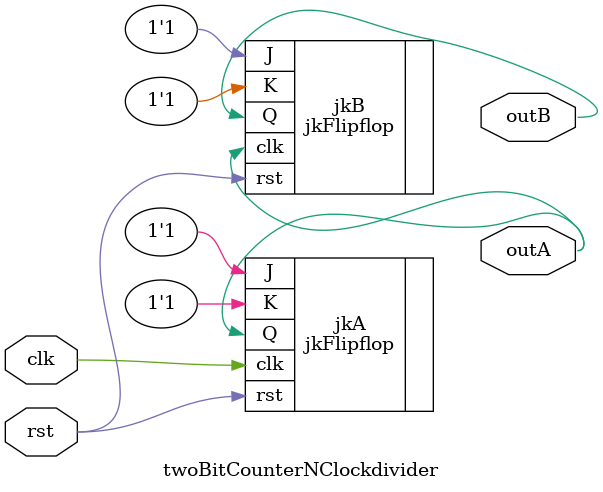
<source format=sv>
`timescale 1ns / 1ps


module twoBitCounterNClockdivider(
    input clk,
    input rst,
    output outA,
    output outB
    );
    
    jkFlipflop jkA (.J(1'b1), .K(1'b1), .clk(clk), .rst(rst), .Q(outA));
    jkFlipflop jkB (.J(1'b1), .K(1'b1), .clk(outA), .rst(rst), .Q(outB));
endmodule

</source>
